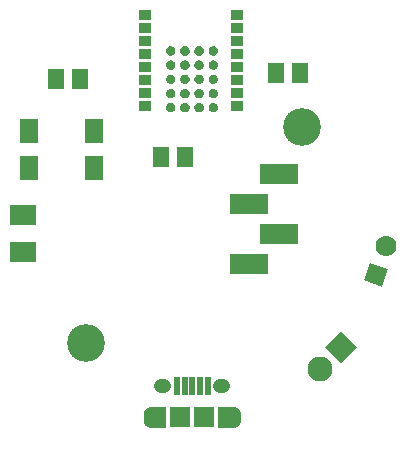
<source format=gts>
G04 Layer: TopSolderMaskLayer*
G04 EasyEDA v5.9.42, Tue, 16 Apr 2019 11:47:19 GMT*
G04 d50fdd4d9f664dc78ddcbe030e5111f0*
G04 Gerber Generator version 0.2*
G04 Scale: 100 percent, Rotated: No, Reflected: No *
G04 Dimensions in inches *
G04 leading zeros omitted , absolute positions ,2 integer and 4 decimal *
%FSLAX24Y24*%
%MOIN*%
G90*
G70D02*

%ADD36C,0.047244*%
%ADD37C,0.045276*%
%ADD38C,0.126110*%
%ADD39R,0.128000X0.068000*%
%ADD40R,0.086740X0.071000*%
%ADD42C,0.082803*%
%ADD43R,0.039500X0.035560*%
%ADD44R,0.053670X0.065087*%
%ADD45R,0.023622X0.061024*%
%ADD46R,0.066929X0.068898*%
%ADD47R,0.059200X0.082800*%
%ADD49C,0.070000*%

%LPD*%
G54D36*
G01X8628Y779D02*
G01X8628Y562D01*
G54D37*
G01X8175Y1733D02*
G01X8293Y1733D01*
G01X6206Y1733D02*
G01X6324Y1733D01*
G54D38*
G01X10904Y10354D03*
G01X3695Y3145D03*
G54D39*
G01X10150Y8800D03*
G01X9150Y7800D03*
G01X10150Y6800D03*
G01X9150Y5800D03*
G54D40*
G01X1600Y6169D03*
G01X1600Y7430D03*
G36*
G01X12732Y3003D02*
G01X12203Y2475D01*
G01X11675Y3003D01*
G01X12203Y3532D01*
G01X12732Y3003D01*
G37*
G54D42*
G01X11496Y2296D03*
G54D43*
G01X5668Y14070D03*
G01X5668Y13637D03*
G01X5668Y13203D03*
G01X5668Y12771D03*
G01X5668Y12338D03*
G01X5668Y11905D03*
G01X5668Y11471D03*
G01X5668Y11038D03*
G01X8739Y11038D03*
G01X8739Y11471D03*
G01X8739Y11905D03*
G01X8739Y12338D03*
G01X8739Y12771D03*
G01X8739Y13203D03*
G01X8739Y13637D03*
G01X8739Y14070D03*
G36*
G01X6534Y10840D02*
G01X6517Y10842D01*
G01X6496Y10844D01*
G01X6478Y10851D01*
G01X6461Y10859D01*
G01X6444Y10869D01*
G01X6430Y10880D01*
G01X6417Y10894D01*
G01X6405Y10909D01*
G01X6394Y10925D01*
G01X6388Y10942D01*
G01X6380Y10961D01*
G01X6378Y10980D01*
G01X6376Y10998D01*
G01X6378Y11017D01*
G01X6380Y11036D01*
G01X6388Y11055D01*
G01X6394Y11073D01*
G01X6405Y11088D01*
G01X6417Y11103D01*
G01X6430Y11117D01*
G01X6444Y11128D01*
G01X6459Y11138D01*
G01X6478Y11148D01*
G01X6498Y11153D01*
G01X6517Y11155D01*
G01X6534Y11157D01*
G01X6553Y11155D01*
G01X6571Y11153D01*
G01X6590Y11148D01*
G01X6609Y11138D01*
G01X6625Y11128D01*
G01X6640Y11117D01*
G01X6653Y11103D01*
G01X6663Y11090D01*
G01X6675Y11073D01*
G01X6684Y11055D01*
G01X6688Y11034D01*
G01X6692Y11017D01*
G01X6692Y10998D01*
G01X6692Y10980D01*
G01X6688Y10963D01*
G01X6684Y10942D01*
G01X6675Y10923D01*
G01X6663Y10907D01*
G01X6653Y10894D01*
G01X6640Y10880D01*
G01X6625Y10869D01*
G01X6609Y10859D01*
G01X6592Y10851D01*
G01X6573Y10844D01*
G01X6553Y10842D01*
G01X6534Y10840D01*
G37*
G36*
G01X7007Y10840D02*
G01X6988Y10842D01*
G01X6969Y10844D01*
G01X6950Y10851D01*
G01X6934Y10859D01*
G01X6917Y10869D01*
G01X6901Y10880D01*
G01X6888Y10894D01*
G01X6876Y10909D01*
G01X6867Y10925D01*
G01X6859Y10942D01*
G01X6853Y10961D01*
G01X6850Y10978D01*
G01X6848Y10998D01*
G01X6850Y11019D01*
G01X6853Y11036D01*
G01X6859Y11055D01*
G01X6867Y11073D01*
G01X6876Y11088D01*
G01X6888Y11103D01*
G01X6901Y11117D01*
G01X6917Y11128D01*
G01X6934Y11138D01*
G01X6951Y11146D01*
G01X6969Y11153D01*
G01X6988Y11155D01*
G01X7007Y11157D01*
G01X7026Y11155D01*
G01X7044Y11153D01*
G01X7063Y11146D01*
G01X7080Y11138D01*
G01X7096Y11128D01*
G01X7113Y11117D01*
G01X7126Y11103D01*
G01X7138Y11088D01*
G01X7148Y11073D01*
G01X7155Y11055D01*
G01X7161Y11036D01*
G01X7165Y11019D01*
G01X7165Y10998D01*
G01X7165Y10978D01*
G01X7161Y10961D01*
G01X7155Y10942D01*
G01X7148Y10925D01*
G01X7138Y10909D01*
G01X7126Y10894D01*
G01X7113Y10880D01*
G01X7096Y10869D01*
G01X7080Y10859D01*
G01X7065Y10851D01*
G01X7046Y10844D01*
G01X7026Y10842D01*
G01X7007Y10840D01*
G37*
G36*
G01X7480Y10840D02*
G01X7461Y10842D01*
G01X7442Y10844D01*
G01X7423Y10851D01*
G01X7405Y10859D01*
G01X7390Y10869D01*
G01X7375Y10880D01*
G01X7361Y10894D01*
G01X7351Y10907D01*
G01X7338Y10926D01*
G01X7332Y10942D01*
G01X7326Y10961D01*
G01X7323Y10980D01*
G01X7321Y10998D01*
G01X7323Y11017D01*
G01X7326Y11036D01*
G01X7332Y11055D01*
G01X7338Y11071D01*
G01X7351Y11090D01*
G01X7361Y11103D01*
G01X7375Y11117D01*
G01X7390Y11128D01*
G01X7405Y11138D01*
G01X7423Y11148D01*
G01X7444Y11153D01*
G01X7461Y11155D01*
G01X7480Y11157D01*
G01X7498Y11155D01*
G01X7515Y11153D01*
G01X7536Y11148D01*
G01X7555Y11138D01*
G01X7569Y11128D01*
G01X7584Y11117D01*
G01X7598Y11103D01*
G01X7609Y11090D01*
G01X7621Y11071D01*
G01X7628Y11055D01*
G01X7634Y11036D01*
G01X7636Y11017D01*
G01X7638Y10998D01*
G01X7636Y10980D01*
G01X7634Y10961D01*
G01X7628Y10942D01*
G01X7621Y10926D01*
G01X7609Y10907D01*
G01X7598Y10894D01*
G01X7584Y10880D01*
G01X7569Y10869D01*
G01X7553Y10859D01*
G01X7536Y10851D01*
G01X7517Y10844D01*
G01X7498Y10842D01*
G01X7480Y10840D01*
G37*
G36*
G01X7951Y10840D02*
G01X7934Y10842D01*
G01X7913Y10844D01*
G01X7894Y10851D01*
G01X7880Y10859D01*
G01X7863Y10869D01*
G01X7846Y10880D01*
G01X7834Y10894D01*
G01X7821Y10909D01*
G01X7811Y10925D01*
G01X7803Y10942D01*
G01X7798Y10961D01*
G01X7794Y10978D01*
G01X7794Y10998D01*
G01X7794Y11019D01*
G01X7798Y11036D01*
G01X7803Y11055D01*
G01X7811Y11073D01*
G01X7821Y11088D01*
G01X7834Y11103D01*
G01X7846Y11117D01*
G01X7863Y11128D01*
G01X7878Y11138D01*
G01X7896Y11146D01*
G01X7915Y11153D01*
G01X7934Y11155D01*
G01X7951Y11157D01*
G01X7971Y11155D01*
G01X7990Y11153D01*
G01X8007Y11146D01*
G01X8026Y11138D01*
G01X8042Y11128D01*
G01X8057Y11117D01*
G01X8071Y11103D01*
G01X8082Y11088D01*
G01X8092Y11073D01*
G01X8101Y11055D01*
G01X8105Y11036D01*
G01X8109Y11019D01*
G01X8111Y10998D01*
G01X8109Y10978D01*
G01X8105Y10961D01*
G01X8101Y10942D01*
G01X8092Y10925D01*
G01X8082Y10909D01*
G01X8071Y10894D01*
G01X8057Y10880D01*
G01X8042Y10869D01*
G01X8025Y10859D01*
G01X8009Y10851D01*
G01X7990Y10844D01*
G01X7971Y10842D01*
G01X7951Y10840D01*
G37*
G36*
G01X6534Y11313D02*
G01X6515Y11313D01*
G01X6496Y11317D01*
G01X6478Y11323D01*
G01X6461Y11330D01*
G01X6444Y11340D01*
G01X6430Y11353D01*
G01X6417Y11367D01*
G01X6405Y11382D01*
G01X6394Y11398D01*
G01X6388Y11413D01*
G01X6380Y11432D01*
G01X6378Y11453D01*
G01X6376Y11471D01*
G01X6378Y11490D01*
G01X6380Y11509D01*
G01X6388Y11528D01*
G01X6394Y11544D01*
G01X6405Y11561D01*
G01X6417Y11576D01*
G01X6430Y11590D01*
G01X6444Y11601D01*
G01X6461Y11611D01*
G01X6478Y11619D01*
G01X6496Y11625D01*
G01X6515Y11628D01*
G01X6534Y11630D01*
G01X6555Y11628D01*
G01X6573Y11625D01*
G01X6590Y11619D01*
G01X6609Y11611D01*
G01X6625Y11601D01*
G01X6640Y11590D01*
G01X6653Y11576D01*
G01X6665Y11561D01*
G01X6675Y11544D01*
G01X6682Y11526D01*
G01X6688Y11509D01*
G01X6692Y11490D01*
G01X6692Y11471D01*
G01X6692Y11453D01*
G01X6688Y11434D01*
G01X6682Y11415D01*
G01X6675Y11396D01*
G01X6665Y11382D01*
G01X6653Y11367D01*
G01X6640Y11353D01*
G01X6625Y11340D01*
G01X6609Y11330D01*
G01X6590Y11323D01*
G01X6573Y11317D01*
G01X6555Y11313D01*
G01X6534Y11313D01*
G37*
G36*
G01X7007Y11313D02*
G01X6986Y11313D01*
G01X6969Y11317D01*
G01X6951Y11323D01*
G01X6934Y11330D01*
G01X6917Y11340D01*
G01X6901Y11353D01*
G01X6888Y11367D01*
G01X6876Y11382D01*
G01X6867Y11398D01*
G01X6859Y11415D01*
G01X6853Y11432D01*
G01X6850Y11451D01*
G01X6848Y11471D01*
G01X6850Y11492D01*
G01X6853Y11509D01*
G01X6859Y11526D01*
G01X6867Y11544D01*
G01X6876Y11561D01*
G01X6888Y11576D01*
G01X6901Y11590D01*
G01X6917Y11601D01*
G01X6934Y11611D01*
G01X6951Y11619D01*
G01X6969Y11625D01*
G01X6986Y11628D01*
G01X7007Y11630D01*
G01X7028Y11628D01*
G01X7046Y11625D01*
G01X7063Y11619D01*
G01X7080Y11611D01*
G01X7096Y11601D01*
G01X7113Y11590D01*
G01X7126Y11576D01*
G01X7138Y11561D01*
G01X7148Y11544D01*
G01X7155Y11526D01*
G01X7161Y11509D01*
G01X7165Y11492D01*
G01X7165Y11471D01*
G01X7165Y11451D01*
G01X7161Y11432D01*
G01X7155Y11415D01*
G01X7148Y11398D01*
G01X7138Y11382D01*
G01X7126Y11367D01*
G01X7113Y11353D01*
G01X7096Y11340D01*
G01X7080Y11330D01*
G01X7063Y11323D01*
G01X7046Y11317D01*
G01X7028Y11313D01*
G01X7007Y11313D01*
G37*
G36*
G01X7480Y11313D02*
G01X7459Y11313D01*
G01X7442Y11317D01*
G01X7423Y11323D01*
G01X7405Y11330D01*
G01X7390Y11340D01*
G01X7375Y11353D01*
G01X7361Y11367D01*
G01X7350Y11382D01*
G01X7338Y11398D01*
G01X7332Y11415D01*
G01X7326Y11432D01*
G01X7323Y11453D01*
G01X7321Y11471D01*
G01X7323Y11490D01*
G01X7326Y11509D01*
G01X7332Y11526D01*
G01X7338Y11544D01*
G01X7350Y11561D01*
G01X7361Y11576D01*
G01X7375Y11590D01*
G01X7390Y11601D01*
G01X7405Y11611D01*
G01X7423Y11619D01*
G01X7442Y11625D01*
G01X7459Y11628D01*
G01X7480Y11630D01*
G01X7500Y11628D01*
G01X7517Y11625D01*
G01X7536Y11619D01*
G01X7553Y11611D01*
G01X7569Y11601D01*
G01X7584Y11590D01*
G01X7598Y11576D01*
G01X7609Y11561D01*
G01X7621Y11544D01*
G01X7626Y11526D01*
G01X7634Y11509D01*
G01X7636Y11490D01*
G01X7638Y11471D01*
G01X7636Y11453D01*
G01X7634Y11432D01*
G01X7626Y11415D01*
G01X7621Y11398D01*
G01X7609Y11382D01*
G01X7598Y11367D01*
G01X7584Y11353D01*
G01X7569Y11340D01*
G01X7553Y11330D01*
G01X7536Y11323D01*
G01X7517Y11317D01*
G01X7500Y11313D01*
G01X7480Y11313D01*
G37*
G36*
G01X7951Y11313D02*
G01X7932Y11313D01*
G01X7913Y11317D01*
G01X7896Y11323D01*
G01X7880Y11330D01*
G01X7863Y11340D01*
G01X7846Y11353D01*
G01X7834Y11367D01*
G01X7821Y11382D01*
G01X7811Y11398D01*
G01X7805Y11415D01*
G01X7798Y11432D01*
G01X7794Y11451D01*
G01X7794Y11471D01*
G01X7794Y11492D01*
G01X7798Y11509D01*
G01X7805Y11526D01*
G01X7811Y11544D01*
G01X7821Y11561D01*
G01X7834Y11576D01*
G01X7846Y11590D01*
G01X7863Y11601D01*
G01X7880Y11611D01*
G01X7896Y11619D01*
G01X7913Y11625D01*
G01X7932Y11628D01*
G01X7951Y11630D01*
G01X7973Y11628D01*
G01X7990Y11625D01*
G01X8007Y11619D01*
G01X8025Y11611D01*
G01X8042Y11601D01*
G01X8057Y11590D01*
G01X8071Y11576D01*
G01X8082Y11561D01*
G01X8092Y11544D01*
G01X8100Y11526D01*
G01X8105Y11509D01*
G01X8109Y11492D01*
G01X8111Y11471D01*
G01X8109Y11451D01*
G01X8105Y11432D01*
G01X8100Y11415D01*
G01X8092Y11398D01*
G01X8082Y11382D01*
G01X8071Y11367D01*
G01X8057Y11353D01*
G01X8042Y11340D01*
G01X8025Y11330D01*
G01X8007Y11323D01*
G01X7990Y11317D01*
G01X7973Y11313D01*
G01X7951Y11313D01*
G37*
G36*
G01X6534Y11786D02*
G01X6517Y11786D01*
G01X6496Y11790D01*
G01X6478Y11796D01*
G01X6461Y11803D01*
G01X6444Y11815D01*
G01X6430Y11826D01*
G01X6417Y11838D01*
G01X6405Y11853D01*
G01X6394Y11869D01*
G01X6388Y11886D01*
G01X6380Y11905D01*
G01X6378Y11926D01*
G01X6376Y11944D01*
G01X6378Y11961D01*
G01X6380Y11982D01*
G01X6388Y12001D01*
G01X6394Y12017D01*
G01X6405Y12034D01*
G01X6417Y12048D01*
G01X6430Y12061D01*
G01X6444Y12073D01*
G01X6461Y12084D01*
G01X6478Y12092D01*
G01X6496Y12098D01*
G01X6517Y12101D01*
G01X6534Y12101D01*
G01X6553Y12101D01*
G01X6573Y12098D01*
G01X6590Y12092D01*
G01X6607Y12084D01*
G01X6626Y12073D01*
G01X6640Y12061D01*
G01X6653Y12048D01*
G01X6663Y12034D01*
G01X6675Y12019D01*
G01X6684Y12000D01*
G01X6688Y11980D01*
G01X6692Y11961D01*
G01X6692Y11944D01*
G01X6692Y11926D01*
G01X6688Y11907D01*
G01X6684Y11888D01*
G01X6675Y11869D01*
G01X6663Y11853D01*
G01X6653Y11838D01*
G01X6640Y11826D01*
G01X6626Y11815D01*
G01X6607Y11803D01*
G01X6590Y11796D01*
G01X6573Y11790D01*
G01X6553Y11786D01*
G01X6534Y11786D01*
G37*
G36*
G01X7951Y11786D02*
G01X7934Y11786D01*
G01X7913Y11790D01*
G01X7896Y11796D01*
G01X7880Y11803D01*
G01X7861Y11813D01*
G01X7846Y11826D01*
G01X7834Y11838D01*
G01X7821Y11853D01*
G01X7811Y11869D01*
G01X7803Y11888D01*
G01X7798Y11905D01*
G01X7794Y11923D01*
G01X7794Y11944D01*
G01X7794Y11963D01*
G01X7798Y11982D01*
G01X7803Y12000D01*
G01X7811Y12017D01*
G01X7821Y12034D01*
G01X7834Y12048D01*
G01X7846Y12061D01*
G01X7861Y12073D01*
G01X7880Y12084D01*
G01X7896Y12090D01*
G01X7913Y12098D01*
G01X7934Y12101D01*
G01X7951Y12101D01*
G01X7971Y12101D01*
G01X7990Y12098D01*
G01X8007Y12090D01*
G01X8025Y12084D01*
G01X8042Y12073D01*
G01X8057Y12061D01*
G01X8071Y12048D01*
G01X8082Y12034D01*
G01X8092Y12017D01*
G01X8101Y12000D01*
G01X8105Y11982D01*
G01X8109Y11963D01*
G01X8111Y11944D01*
G01X8109Y11923D01*
G01X8105Y11905D01*
G01X8101Y11888D01*
G01X8092Y11869D01*
G01X8082Y11853D01*
G01X8071Y11838D01*
G01X8057Y11826D01*
G01X8042Y11813D01*
G01X8025Y11803D01*
G01X8007Y11796D01*
G01X7990Y11790D01*
G01X7971Y11786D01*
G01X7951Y11786D01*
G37*
G36*
G01X6534Y12257D02*
G01X6515Y12259D01*
G01X6496Y12263D01*
G01X6478Y12267D01*
G01X6461Y12276D01*
G01X6444Y12286D01*
G01X6430Y12298D01*
G01X6417Y12311D01*
G01X6405Y12326D01*
G01X6394Y12344D01*
G01X6388Y12359D01*
G01X6380Y12378D01*
G01X6378Y12398D01*
G01X6376Y12415D01*
G01X6378Y12434D01*
G01X6380Y12455D01*
G01X6388Y12473D01*
G01X6394Y12488D01*
G01X6405Y12505D01*
G01X6417Y12521D01*
G01X6430Y12534D01*
G01X6444Y12546D01*
G01X6461Y12557D01*
G01X6478Y12565D01*
G01X6496Y12569D01*
G01X6515Y12573D01*
G01X6534Y12575D01*
G01X6555Y12573D01*
G01X6573Y12569D01*
G01X6590Y12565D01*
G01X6609Y12557D01*
G01X6625Y12546D01*
G01X6640Y12534D01*
G01X6653Y12521D01*
G01X6665Y12507D01*
G01X6675Y12490D01*
G01X6682Y12471D01*
G01X6688Y12453D01*
G01X6692Y12434D01*
G01X6692Y12415D01*
G01X6692Y12398D01*
G01X6688Y12378D01*
G01X6682Y12361D01*
G01X6675Y12342D01*
G01X6665Y12326D01*
G01X6653Y12311D01*
G01X6640Y12298D01*
G01X6625Y12286D01*
G01X6609Y12276D01*
G01X6590Y12267D01*
G01X6573Y12263D01*
G01X6555Y12259D01*
G01X6534Y12257D01*
G37*
G36*
G01X7007Y12257D02*
G01X6986Y12259D01*
G01X6969Y12263D01*
G01X6951Y12269D01*
G01X6934Y12276D01*
G01X6917Y12286D01*
G01X6901Y12298D01*
G01X6888Y12311D01*
G01X6876Y12326D01*
G01X6867Y12344D01*
G01X6859Y12361D01*
G01X6853Y12378D01*
G01X6850Y12396D01*
G01X6848Y12415D01*
G01X6850Y12436D01*
G01X6853Y12455D01*
G01X6859Y12471D01*
G01X6867Y12488D01*
G01X6876Y12505D01*
G01X6888Y12521D01*
G01X6901Y12534D01*
G01X6917Y12546D01*
G01X6934Y12557D01*
G01X6951Y12563D01*
G01X6969Y12569D01*
G01X6986Y12573D01*
G01X7007Y12575D01*
G01X7028Y12573D01*
G01X7046Y12569D01*
G01X7063Y12563D01*
G01X7080Y12557D01*
G01X7096Y12546D01*
G01X7113Y12534D01*
G01X7126Y12521D01*
G01X7138Y12505D01*
G01X7148Y12488D01*
G01X7155Y12471D01*
G01X7161Y12455D01*
G01X7165Y12436D01*
G01X7165Y12415D01*
G01X7165Y12396D01*
G01X7161Y12378D01*
G01X7155Y12361D01*
G01X7148Y12344D01*
G01X7138Y12326D01*
G01X7126Y12311D01*
G01X7113Y12298D01*
G01X7096Y12286D01*
G01X7080Y12276D01*
G01X7063Y12269D01*
G01X7046Y12263D01*
G01X7028Y12259D01*
G01X7007Y12257D01*
G37*
G36*
G01X7480Y12257D02*
G01X7459Y12259D01*
G01X7442Y12263D01*
G01X7423Y12267D01*
G01X7405Y12276D01*
G01X7390Y12286D01*
G01X7375Y12298D01*
G01X7361Y12311D01*
G01X7350Y12326D01*
G01X7338Y12344D01*
G01X7332Y12361D01*
G01X7326Y12378D01*
G01X7323Y12398D01*
G01X7321Y12415D01*
G01X7323Y12434D01*
G01X7326Y12455D01*
G01X7332Y12471D01*
G01X7338Y12488D01*
G01X7350Y12507D01*
G01X7361Y12521D01*
G01X7375Y12534D01*
G01X7390Y12546D01*
G01X7405Y12557D01*
G01X7423Y12565D01*
G01X7442Y12569D01*
G01X7459Y12573D01*
G01X7480Y12575D01*
G01X7500Y12573D01*
G01X7517Y12569D01*
G01X7536Y12565D01*
G01X7553Y12557D01*
G01X7569Y12546D01*
G01X7584Y12534D01*
G01X7598Y12521D01*
G01X7609Y12507D01*
G01X7621Y12488D01*
G01X7626Y12471D01*
G01X7634Y12455D01*
G01X7636Y12434D01*
G01X7638Y12415D01*
G01X7636Y12398D01*
G01X7634Y12378D01*
G01X7626Y12361D01*
G01X7621Y12344D01*
G01X7609Y12326D01*
G01X7598Y12311D01*
G01X7584Y12298D01*
G01X7569Y12286D01*
G01X7553Y12276D01*
G01X7536Y12267D01*
G01X7517Y12263D01*
G01X7500Y12259D01*
G01X7480Y12257D01*
G37*
G36*
G01X7951Y12257D02*
G01X7932Y12259D01*
G01X7913Y12263D01*
G01X7896Y12269D01*
G01X7880Y12276D01*
G01X7863Y12286D01*
G01X7846Y12298D01*
G01X7834Y12311D01*
G01X7821Y12326D01*
G01X7811Y12344D01*
G01X7805Y12361D01*
G01X7798Y12378D01*
G01X7794Y12396D01*
G01X7794Y12415D01*
G01X7794Y12436D01*
G01X7798Y12455D01*
G01X7805Y12471D01*
G01X7811Y12488D01*
G01X7821Y12505D01*
G01X7834Y12521D01*
G01X7846Y12534D01*
G01X7863Y12546D01*
G01X7880Y12557D01*
G01X7896Y12563D01*
G01X7913Y12569D01*
G01X7932Y12573D01*
G01X7951Y12575D01*
G01X7973Y12573D01*
G01X7990Y12569D01*
G01X8007Y12563D01*
G01X8025Y12557D01*
G01X8042Y12546D01*
G01X8057Y12534D01*
G01X8071Y12521D01*
G01X8082Y12505D01*
G01X8092Y12488D01*
G01X8100Y12471D01*
G01X8105Y12455D01*
G01X8109Y12436D01*
G01X8111Y12415D01*
G01X8109Y12396D01*
G01X8105Y12378D01*
G01X8100Y12361D01*
G01X8092Y12344D01*
G01X8082Y12326D01*
G01X8071Y12311D01*
G01X8057Y12298D01*
G01X8042Y12286D01*
G01X8025Y12276D01*
G01X8007Y12269D01*
G01X7990Y12263D01*
G01X7973Y12259D01*
G01X7951Y12257D01*
G37*
G36*
G01X6534Y12730D02*
G01X6517Y12732D01*
G01X6498Y12734D01*
G01X6478Y12740D01*
G01X6459Y12748D01*
G01X6444Y12759D01*
G01X6430Y12771D01*
G01X6417Y12784D01*
G01X6405Y12798D01*
G01X6394Y12815D01*
G01X6388Y12832D01*
G01X6380Y12851D01*
G01X6378Y12871D01*
G01X6376Y12888D01*
G01X6378Y12907D01*
G01X6380Y12926D01*
G01X6388Y12946D01*
G01X6394Y12963D01*
G01X6405Y12978D01*
G01X6417Y12994D01*
G01X6430Y13007D01*
G01X6444Y13017D01*
G01X6461Y13030D01*
G01X6478Y13036D01*
G01X6496Y13042D01*
G01X6517Y13046D01*
G01X6534Y13046D01*
G01X6553Y13046D01*
G01X6573Y13042D01*
G01X6590Y13036D01*
G01X6607Y13030D01*
G01X6626Y13017D01*
G01X6640Y13007D01*
G01X6653Y12994D01*
G01X6663Y12980D01*
G01X6675Y12963D01*
G01X6684Y12944D01*
G01X6688Y12925D01*
G01X6692Y12907D01*
G01X6692Y12888D01*
G01X6692Y12871D01*
G01X6688Y12853D01*
G01X6684Y12832D01*
G01X6675Y12813D01*
G01X6663Y12798D01*
G01X6653Y12784D01*
G01X6640Y12771D01*
G01X6626Y12759D01*
G01X6609Y12748D01*
G01X6590Y12740D01*
G01X6571Y12734D01*
G01X6553Y12732D01*
G01X6534Y12730D01*
G37*
G36*
G01X7007Y12730D02*
G01X6988Y12732D01*
G01X6969Y12734D01*
G01X6951Y12740D01*
G01X6934Y12748D01*
G01X6917Y12759D01*
G01X6901Y12771D01*
G01X6888Y12784D01*
G01X6876Y12798D01*
G01X6867Y12815D01*
G01X6859Y12832D01*
G01X6853Y12851D01*
G01X6850Y12869D01*
G01X6848Y12888D01*
G01X6850Y12909D01*
G01X6853Y12926D01*
G01X6859Y12944D01*
G01X6867Y12963D01*
G01X6876Y12978D01*
G01X6888Y12994D01*
G01X6901Y13007D01*
G01X6917Y13019D01*
G01X6934Y13030D01*
G01X6951Y13036D01*
G01X6969Y13042D01*
G01X6988Y13046D01*
G01X7007Y13046D01*
G01X7026Y13046D01*
G01X7046Y13042D01*
G01X7063Y13036D01*
G01X7080Y13030D01*
G01X7098Y13019D01*
G01X7113Y13007D01*
G01X7126Y12994D01*
G01X7138Y12978D01*
G01X7148Y12963D01*
G01X7155Y12944D01*
G01X7161Y12926D01*
G01X7165Y12909D01*
G01X7165Y12888D01*
G01X7165Y12869D01*
G01X7161Y12851D01*
G01X7155Y12832D01*
G01X7148Y12815D01*
G01X7138Y12798D01*
G01X7126Y12784D01*
G01X7113Y12771D01*
G01X7098Y12759D01*
G01X7080Y12748D01*
G01X7063Y12740D01*
G01X7044Y12734D01*
G01X7026Y12732D01*
G01X7007Y12730D01*
G37*
G36*
G01X7480Y12730D02*
G01X7461Y12732D01*
G01X7444Y12734D01*
G01X7423Y12740D01*
G01X7405Y12748D01*
G01X7388Y12759D01*
G01X7375Y12771D01*
G01X7361Y12784D01*
G01X7351Y12798D01*
G01X7338Y12815D01*
G01X7332Y12832D01*
G01X7326Y12851D01*
G01X7323Y12871D01*
G01X7321Y12888D01*
G01X7323Y12907D01*
G01X7326Y12926D01*
G01X7332Y12944D01*
G01X7338Y12961D01*
G01X7351Y12980D01*
G01X7361Y12994D01*
G01X7375Y13007D01*
G01X7388Y13017D01*
G01X7407Y13030D01*
G01X7423Y13036D01*
G01X7442Y13042D01*
G01X7461Y13046D01*
G01X7480Y13046D01*
G01X7498Y13046D01*
G01X7517Y13042D01*
G01X7536Y13036D01*
G01X7553Y13030D01*
G01X7571Y13017D01*
G01X7584Y13007D01*
G01X7598Y12994D01*
G01X7609Y12980D01*
G01X7621Y12961D01*
G01X7628Y12944D01*
G01X7634Y12926D01*
G01X7636Y12907D01*
G01X7638Y12888D01*
G01X7636Y12871D01*
G01X7634Y12851D01*
G01X7628Y12832D01*
G01X7621Y12815D01*
G01X7609Y12798D01*
G01X7598Y12784D01*
G01X7584Y12771D01*
G01X7571Y12759D01*
G01X7555Y12748D01*
G01X7536Y12740D01*
G01X7515Y12734D01*
G01X7498Y12732D01*
G01X7480Y12730D01*
G37*
G36*
G01X7951Y12730D02*
G01X7934Y12732D01*
G01X7915Y12734D01*
G01X7896Y12740D01*
G01X7878Y12748D01*
G01X7861Y12759D01*
G01X7846Y12771D01*
G01X7834Y12784D01*
G01X7821Y12798D01*
G01X7811Y12815D01*
G01X7803Y12832D01*
G01X7798Y12851D01*
G01X7794Y12869D01*
G01X7794Y12888D01*
G01X7794Y12909D01*
G01X7798Y12926D01*
G01X7803Y12944D01*
G01X7811Y12963D01*
G01X7821Y12978D01*
G01X7834Y12994D01*
G01X7846Y13007D01*
G01X7861Y13019D01*
G01X7880Y13030D01*
G01X7896Y13036D01*
G01X7913Y13042D01*
G01X7934Y13046D01*
G01X7951Y13046D01*
G01X7971Y13046D01*
G01X7990Y13042D01*
G01X8007Y13036D01*
G01X8025Y13030D01*
G01X8042Y13019D01*
G01X8057Y13007D01*
G01X8071Y12994D01*
G01X8082Y12978D01*
G01X8092Y12963D01*
G01X8101Y12944D01*
G01X8105Y12926D01*
G01X8109Y12909D01*
G01X8111Y12888D01*
G01X8109Y12869D01*
G01X8105Y12851D01*
G01X8101Y12832D01*
G01X8092Y12815D01*
G01X8082Y12798D01*
G01X8071Y12784D01*
G01X8057Y12771D01*
G01X8042Y12759D01*
G01X8026Y12748D01*
G01X8007Y12740D01*
G01X7990Y12734D01*
G01X7971Y12732D01*
G01X7951Y12730D01*
G37*
G36*
G01X7007Y11786D02*
G01X6988Y11786D01*
G01X6969Y11790D01*
G01X6951Y11796D01*
G01X6934Y11803D01*
G01X6917Y11813D01*
G01X6901Y11826D01*
G01X6888Y11838D01*
G01X6876Y11853D01*
G01X6867Y11869D01*
G01X6859Y11888D01*
G01X6853Y11905D01*
G01X6850Y11923D01*
G01X6848Y11944D01*
G01X6850Y11963D01*
G01X6853Y11982D01*
G01X6859Y12000D01*
G01X6867Y12017D01*
G01X6876Y12034D01*
G01X6888Y12048D01*
G01X6901Y12061D01*
G01X6917Y12073D01*
G01X6934Y12084D01*
G01X6951Y12090D01*
G01X6969Y12098D01*
G01X6988Y12101D01*
G01X7007Y12101D01*
G01X7026Y12101D01*
G01X7046Y12098D01*
G01X7063Y12090D01*
G01X7080Y12084D01*
G01X7098Y12073D01*
G01X7113Y12061D01*
G01X7126Y12048D01*
G01X7138Y12034D01*
G01X7148Y12017D01*
G01X7155Y12000D01*
G01X7161Y11982D01*
G01X7165Y11963D01*
G01X7165Y11944D01*
G01X7165Y11923D01*
G01X7161Y11905D01*
G01X7155Y11888D01*
G01X7148Y11869D01*
G01X7138Y11853D01*
G01X7126Y11838D01*
G01X7113Y11826D01*
G01X7098Y11813D01*
G01X7080Y11803D01*
G01X7063Y11796D01*
G01X7046Y11790D01*
G01X7026Y11786D01*
G01X7007Y11786D01*
G37*
G36*
G01X7480Y11786D02*
G01X7461Y11786D01*
G01X7442Y11790D01*
G01X7423Y11796D01*
G01X7407Y11803D01*
G01X7388Y11815D01*
G01X7375Y11826D01*
G01X7361Y11838D01*
G01X7351Y11853D01*
G01X7338Y11871D01*
G01X7332Y11888D01*
G01X7326Y11905D01*
G01X7323Y11926D01*
G01X7321Y11944D01*
G01X7323Y11961D01*
G01X7326Y11982D01*
G01X7332Y12000D01*
G01X7338Y12017D01*
G01X7351Y12034D01*
G01X7361Y12048D01*
G01X7375Y12061D01*
G01X7388Y12073D01*
G01X7407Y12084D01*
G01X7423Y12092D01*
G01X7442Y12098D01*
G01X7461Y12101D01*
G01X7480Y12101D01*
G01X7498Y12101D01*
G01X7517Y12098D01*
G01X7536Y12092D01*
G01X7553Y12084D01*
G01X7571Y12073D01*
G01X7584Y12061D01*
G01X7598Y12048D01*
G01X7609Y12034D01*
G01X7621Y12017D01*
G01X7628Y12000D01*
G01X7634Y11982D01*
G01X7636Y11961D01*
G01X7638Y11944D01*
G01X7636Y11926D01*
G01X7634Y11905D01*
G01X7628Y11888D01*
G01X7621Y11871D01*
G01X7609Y11853D01*
G01X7598Y11838D01*
G01X7584Y11826D01*
G01X7571Y11815D01*
G01X7553Y11803D01*
G01X7536Y11796D01*
G01X7517Y11790D01*
G01X7498Y11786D01*
G01X7480Y11786D01*
G37*
G54D44*
G01X2700Y11950D03*
G01X3500Y11950D03*
G01X6200Y9350D03*
G01X7000Y9350D03*
G54D45*
G01X7761Y1734D03*
G01X7505Y1734D03*
G01X7250Y1734D03*
G01X6994Y1734D03*
G01X6738Y1734D03*
G54D46*
G01X6856Y671D03*
G01X7643Y671D03*
G36*
G01X5855Y326D02*
G01X5842Y328D01*
G01X5830Y330D01*
G01X5819Y332D01*
G01X5809Y334D01*
G01X5796Y338D01*
G01X5786Y342D01*
G01X5775Y346D01*
G01X5763Y351D01*
G01X5753Y359D01*
G01X5744Y363D01*
G01X5732Y371D01*
G01X5723Y378D01*
G01X5715Y386D01*
G01X5690Y409D01*
G01X5676Y430D01*
G01X5671Y438D01*
G01X5663Y448D01*
G01X5659Y461D01*
G01X5655Y469D01*
G01X5650Y480D01*
G01X5646Y494D01*
G01X5646Y494D01*
G01X5642Y503D01*
G01X5640Y515D01*
G01X5640Y515D01*
G01X5638Y526D01*
G01X5636Y551D01*
G01X5636Y790D01*
G01X5636Y803D01*
G01X5638Y813D01*
G01X5640Y826D01*
G01X5642Y838D01*
G01X5646Y848D01*
G01X5650Y859D01*
G01X5655Y871D01*
G01X5659Y882D01*
G01X5663Y890D01*
G01X5669Y901D01*
G01X5690Y932D01*
G01X5715Y955D01*
G01X5723Y963D01*
G01X5734Y971D01*
G01X5742Y976D01*
G01X5753Y984D01*
G01X5763Y988D01*
G01X5775Y994D01*
G01X5784Y998D01*
G01X5794Y1003D01*
G01X5809Y1007D01*
G01X5819Y1009D01*
G01X5832Y1011D01*
G01X5844Y1013D01*
G01X5853Y1013D01*
G01X5865Y1015D01*
G01X5878Y1015D01*
G01X5890Y1013D01*
G01X5901Y1013D01*
G01X5911Y1011D01*
G01X5923Y1009D01*
G01X5934Y1007D01*
G01X5948Y1003D01*
G01X5959Y998D01*
G01X5969Y994D01*
G01X5980Y988D01*
G01X5990Y984D01*
G01X6001Y976D01*
G01X6009Y971D01*
G01X6019Y963D01*
G01X6028Y957D01*
G01X6038Y948D01*
G01X6044Y940D01*
G01X6053Y932D01*
G01X6073Y901D01*
G01X6080Y890D01*
G01X6084Y882D01*
G01X6088Y871D01*
G01X6094Y859D01*
G01X6096Y848D01*
G01X6101Y838D01*
G01X6103Y826D01*
G01X6105Y813D01*
G01X6107Y803D01*
G01X6107Y790D01*
G01X6107Y551D01*
G01X6105Y526D01*
G01X6103Y515D01*
G01X6103Y515D01*
G01X6101Y503D01*
G01X6096Y494D01*
G01X6098Y494D01*
G01X6094Y480D01*
G01X6088Y469D01*
G01X6084Y461D01*
G01X6080Y448D01*
G01X6073Y438D01*
G01X6067Y430D01*
G01X6053Y409D01*
G01X6044Y401D01*
G01X6038Y394D01*
G01X6028Y384D01*
G01X6019Y378D01*
G01X6011Y371D01*
G01X6000Y363D01*
G01X5990Y359D01*
G01X5980Y351D01*
G01X5969Y346D01*
G01X5957Y342D01*
G01X5946Y338D01*
G01X5934Y334D01*
G01X5923Y332D01*
G01X5913Y330D01*
G01X5913Y330D01*
G01X5903Y328D01*
G01X5888Y326D01*
G01X5855Y326D01*
G37*
G54D47*
G01X3980Y10230D03*
G01X1819Y10230D03*
G01X1819Y8969D03*
G01X3980Y8969D03*
G54D44*
G01X10050Y12150D03*
G01X10850Y12150D03*
G36*
G01X13193Y5827D02*
G01X13776Y5615D01*
G01X13564Y5032D01*
G01X12981Y5244D01*
G01X13193Y5827D01*
G37*
G54D49*
G01X13721Y6369D03*

%LPD*%
G36*
G01X6383Y1015D02*
G01X5872Y1015D01*
G01X5872Y326D01*
G01X6383Y326D01*
G01X6383Y1015D01*
G37*

%LPD*%
G36*
G01X8627Y1015D02*
G01X8116Y1015D01*
G01X8116Y326D01*
G01X8627Y326D01*
G01X8627Y1015D01*
G37*
M00*
M02*

</source>
